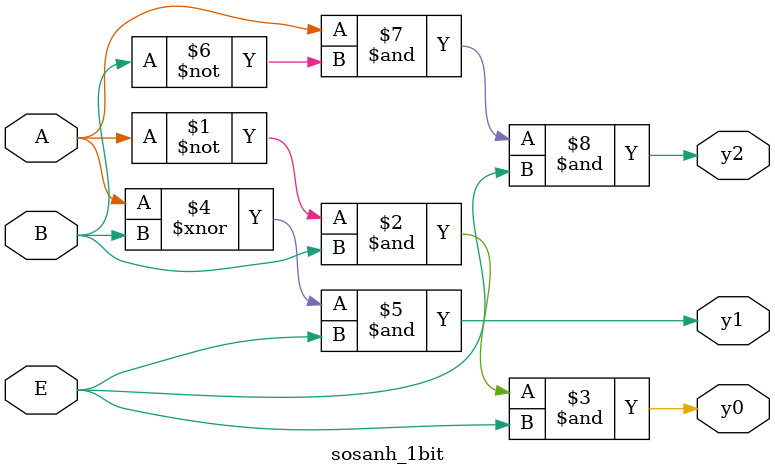
<source format=v>
module ss2bit(SW, LEDR);
input [4:0]SW;
output [3:1]LEDR;
wire x,y,z,i,j;
sosanh_1bit a(z,y,x,SW[4],SW[3],SW[0]);
sosanh_1bit b(i,LEDR[2],j,SW[2],SW[1],y);
or OR1(LEDR[1],x,j);
or OR2(LEDR[3],z,i);
endmodule

module sosanh_1bit (y0,y1,y2,A,B,E); 
input A,B,E;
output y0,y1,y2;
	assign y0 =  ~A & B & E;
	assign y1 =  (A ~^ B) & E;
	assign y2 =  A & ~B & E;
endmodule
</source>
